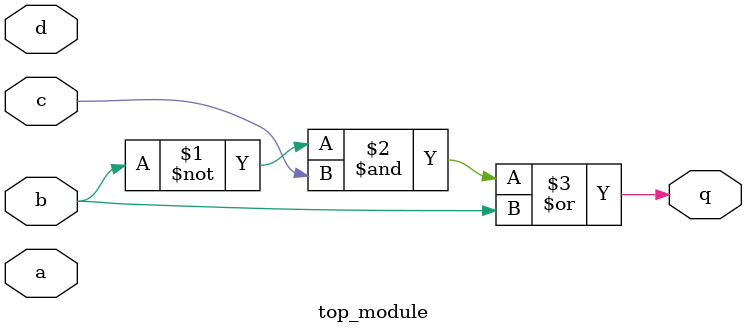
<source format=v>
module top_module (
    input a,
    input b,
    input c,
    input d,
    output q );//

    assign q = ~b&c | b;

endmodule


</source>
